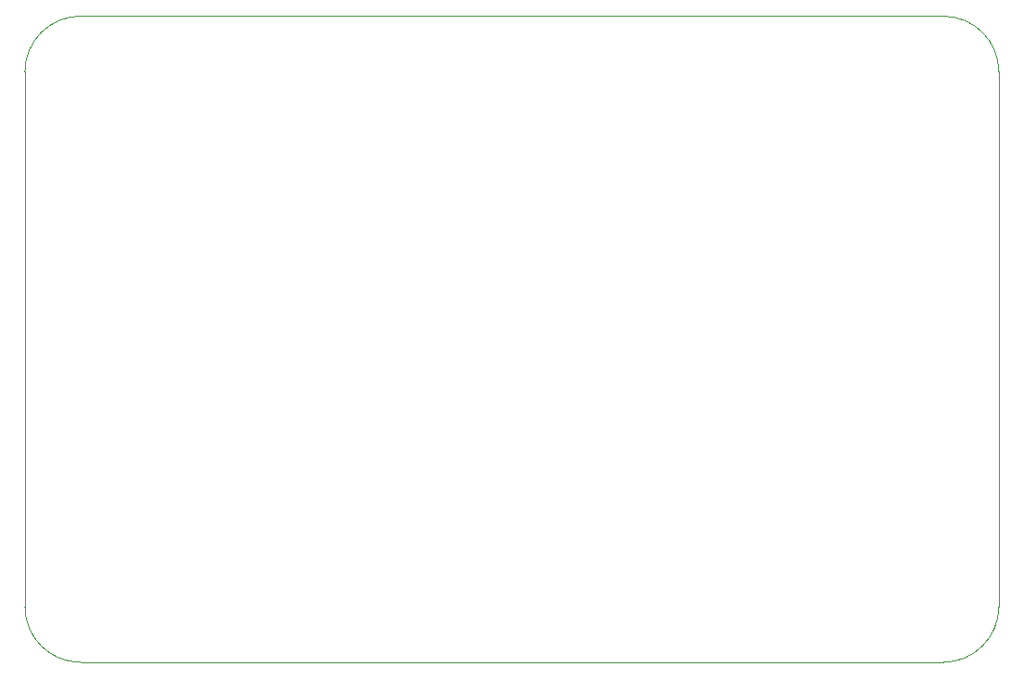
<source format=gm1>
G04 #@! TF.GenerationSoftware,KiCad,Pcbnew,7.0.9*
G04 #@! TF.CreationDate,2023-11-18T03:00:04-05:00*
G04 #@! TF.ProjectId,RLM,524c4d2e-6b69-4636-9164-5f7063625858,rev?*
G04 #@! TF.SameCoordinates,Original*
G04 #@! TF.FileFunction,Profile,NP*
%FSLAX46Y46*%
G04 Gerber Fmt 4.6, Leading zero omitted, Abs format (unit mm)*
G04 Created by KiCad (PCBNEW 7.0.9) date 2023-11-18 03:00:04*
%MOMM*%
%LPD*%
G01*
G04 APERTURE LIST*
G04 #@! TA.AperFunction,Profile*
%ADD10C,0.100000*%
G04 #@! TD*
G04 APERTURE END LIST*
D10*
X162560000Y-36830000D02*
X162560000Y-85725000D01*
X73660000Y-85725000D02*
G75*
G03*
X78740000Y-90805000I5080000J0D01*
G01*
X157480000Y-90805000D02*
G75*
G03*
X162560000Y-85725000I0J5080000D01*
G01*
X73660000Y-85725000D02*
X73660000Y-36830000D01*
X162560000Y-36830000D02*
G75*
G03*
X157480000Y-31750000I-5080000J0D01*
G01*
X157480000Y-90805000D02*
X78740000Y-90805000D01*
X78740000Y-31750000D02*
X157480000Y-31750000D01*
X78740000Y-31750000D02*
G75*
G03*
X73660000Y-36830000I0J-5080000D01*
G01*
M02*

</source>
